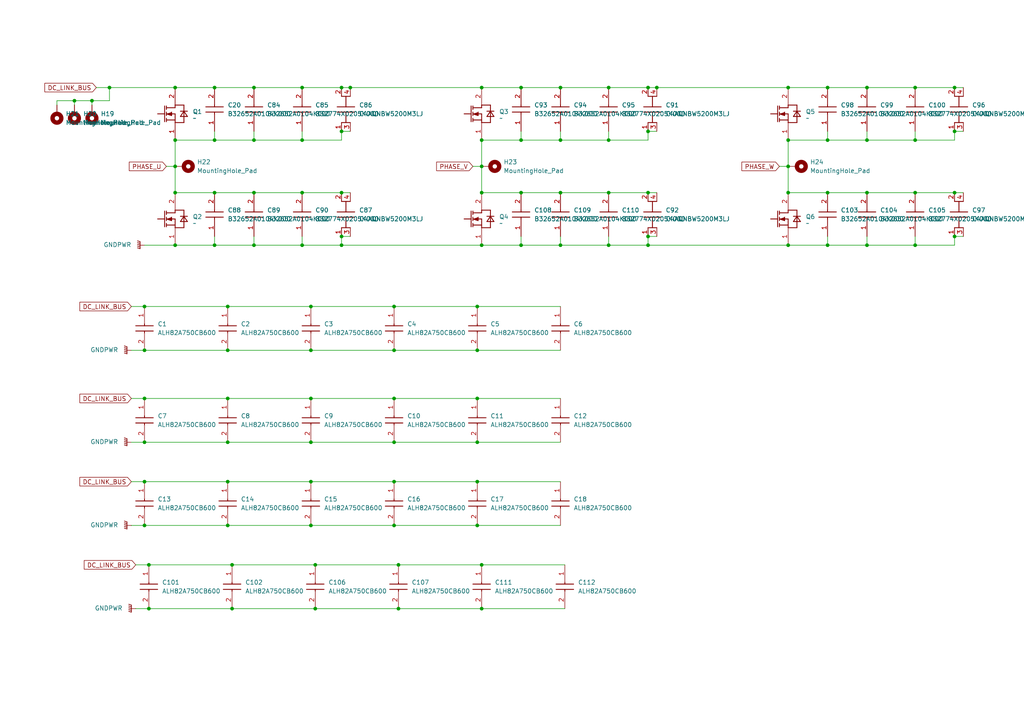
<source format=kicad_sch>
(kicad_sch (version 20250114) (generator "eeschema") (generator_version "9.0")
  (paper "A4")
  (junction (at 251.46 40.64))
  (junction (at 151.13 71.12))
  (junction (at 187.96 25.4))
  (junction (at 187.96 71.12))
  (junction (at 162.56 55.88))
  (junction (at 41.91 128.27))
  (junction (at 138.43 115.57))
  (junction (at 139.7 25.4))
  (junction (at 251.46 25.4))
  (junction (at 114.3 88.9))
  (junction (at 151.13 40.64))
  (junction (at 90.17 88.9))
  (junction (at 50.8 48.26))
  (junction (at 240.03 25.4))
  (junction (at 162.56 71.12))
  (junction (at 228.6 71.12))
  (junction (at 73.66 25.4))
  (junction (at 67.31 163.83))
  (junction (at 228.6 40.64))
  (junction (at 73.66 71.12))
  (junction (at 114.3 139.7))
  (junction (at 139.7 163.83))
  (junction (at 138.43 152.4))
  (junction (at 276.86 25.4))
  (junction (at 62.23 71.12))
  (junction (at 240.03 55.88))
  (junction (at 87.63 25.4))
  (junction (at 66.04 128.27))
  (junction (at 87.63 40.64))
  (junction (at 99.06 68.58))
  (junction (at 62.23 40.64))
  (junction (at 90.17 128.27))
  (junction (at 62.23 55.88))
  (junction (at 50.8 55.88))
  (junction (at 99.06 55.88))
  (junction (at 41.91 152.4))
  (junction (at 90.17 101.6))
  (junction (at 115.57 163.83))
  (junction (at 99.06 71.12))
  (junction (at 66.04 139.7))
  (junction (at 41.91 101.6))
  (junction (at 265.43 71.12))
  (junction (at 187.96 55.88))
  (junction (at 187.96 68.58))
  (junction (at 176.53 71.12))
  (junction (at 139.7 176.53))
  (junction (at 162.56 40.64))
  (junction (at 139.7 55.88))
  (junction (at 187.96 38.1))
  (junction (at 240.03 71.12))
  (junction (at 41.91 115.57))
  (junction (at 176.53 40.64))
  (junction (at 138.43 128.27))
  (junction (at 190.5 25.4))
  (junction (at 114.3 128.27))
  (junction (at 240.03 40.64))
  (junction (at 31.75 25.4))
  (junction (at 99.06 38.1))
  (junction (at 66.04 152.4))
  (junction (at 41.91 88.9))
  (junction (at 162.56 25.4))
  (junction (at 66.04 88.9))
  (junction (at 50.8 25.4))
  (junction (at 90.17 115.57))
  (junction (at 101.6 25.4))
  (junction (at 114.3 101.6))
  (junction (at 73.66 40.64))
  (junction (at 99.06 25.4))
  (junction (at 228.6 25.4))
  (junction (at 276.86 38.1))
  (junction (at 151.13 55.88))
  (junction (at 62.23 25.4))
  (junction (at 276.86 55.88))
  (junction (at 91.44 176.53))
  (junction (at 90.17 152.4))
  (junction (at 138.43 101.6))
  (junction (at 91.44 163.83))
  (junction (at 43.18 163.83))
  (junction (at 265.43 55.88))
  (junction (at 21.59 29.21))
  (junction (at 43.18 176.53))
  (junction (at 276.86 68.58))
  (junction (at 41.91 139.7))
  (junction (at 90.17 139.7))
  (junction (at 26.67 29.21))
  (junction (at 139.7 71.12))
  (junction (at 66.04 115.57))
  (junction (at 66.04 101.6))
  (junction (at 176.53 25.4))
  (junction (at 73.66 55.88))
  (junction (at 50.8 40.64))
  (junction (at 139.7 48.26))
  (junction (at 265.43 25.4))
  (junction (at 251.46 71.12))
  (junction (at 228.6 55.88))
  (junction (at 87.63 55.88))
  (junction (at 50.8 71.12))
  (junction (at 67.31 176.53))
  (junction (at 139.7 40.64))
  (junction (at 87.63 71.12))
  (junction (at 251.46 55.88))
  (junction (at 138.43 88.9))
  (junction (at 151.13 25.4))
  (junction (at 228.6 48.26))
  (junction (at 114.3 115.57))
  (junction (at 176.53 55.88))
  (junction (at 115.57 176.53))
  (junction (at 265.43 40.64))
  (junction (at 138.43 139.7))
  (junction (at 114.3 152.4))
  (wire (pts (xy 66.04 115.57) (xy 90.17 115.57)))
  (wire (pts (xy 151.13 55.88) (xy 162.56 55.88)))
  (wire (pts (xy 99.06 38.1) (xy 99.06 40.64)))
  (wire (pts (xy 114.3 88.9) (xy 138.43 88.9)))
  (wire (pts (xy 276.86 55.88) (xy 279.4 55.88)))
  (wire (pts (xy 99.06 68.58) (xy 101.6 68.58)))
  (wire (pts (xy 62.23 25.4) (xy 73.66 25.4)))
  (wire (pts (xy 151.13 38.1) (xy 151.13 40.64)))
  (wire (pts (xy 176.53 40.64) (xy 187.96 40.64)))
  (wire (pts (xy 114.3 152.4) (xy 138.43 152.4)))
  (wire (pts (xy 27.94 25.4) (xy 31.75 25.4)))
  (wire (pts (xy 43.18 163.83) (xy 67.31 163.83)))
  (wire (pts (xy 99.06 38.1) (xy 101.6 38.1)))
  (wire (pts (xy 276.86 38.1) (xy 276.86 40.64)))
  (wire (pts (xy 41.91 152.4) (xy 66.04 152.4)))
  (wire (pts (xy 151.13 68.58) (xy 151.13 71.12)))
  (wire (pts (xy 240.03 68.58) (xy 240.03 71.12)))
  (wire (pts (xy 41.91 101.6) (xy 66.04 101.6)))
  (wire (pts (xy 162.56 40.64) (xy 176.53 40.64)))
  (wire (pts (xy 240.03 55.88) (xy 251.46 55.88)))
  (wire (pts (xy 251.46 55.88) (xy 265.43 55.88)))
  (wire (pts (xy 41.91 139.7) (xy 66.04 139.7)))
  (wire (pts (xy 251.46 40.64) (xy 265.43 40.64)))
  (wire (pts (xy 16.51 30.48) (xy 16.51 29.21)))
  (wire (pts (xy 87.63 68.58) (xy 87.63 71.12)))
  (wire (pts (xy 38.1 88.9) (xy 41.91 88.9)))
  (wire (pts (xy 139.7 71.12) (xy 151.13 71.12)))
  (wire (pts (xy 50.8 25.4) (xy 62.23 25.4)))
  (wire (pts (xy 240.03 71.12) (xy 251.46 71.12)))
  (wire (pts (xy 87.63 71.12) (xy 99.06 71.12)))
  (wire (pts (xy 66.04 128.27) (xy 90.17 128.27)))
  (wire (pts (xy 162.56 55.88) (xy 176.53 55.88)))
  (wire (pts (xy 50.8 48.26) (xy 50.8 55.88)))
  (wire (pts (xy 228.6 55.88) (xy 240.03 55.88)))
  (wire (pts (xy 43.18 176.53) (xy 67.31 176.53)))
  (wire (pts (xy 67.31 176.53) (xy 91.44 176.53)))
  (wire (pts (xy 101.6 25.4) (xy 139.7 25.4)))
  (wire (pts (xy 41.91 88.9) (xy 66.04 88.9)))
  (wire (pts (xy 139.7 55.88) (xy 151.13 55.88)))
  (wire (pts (xy 114.3 139.7) (xy 138.43 139.7)))
  (wire (pts (xy 240.03 38.1) (xy 240.03 40.64)))
  (wire (pts (xy 50.8 40.64) (xy 50.8 48.26)))
  (wire (pts (xy 139.7 40.64) (xy 139.7 48.26)))
  (wire (pts (xy 73.66 40.64) (xy 87.63 40.64)))
  (wire (pts (xy 26.67 29.21) (xy 31.75 29.21)))
  (wire (pts (xy 228.6 25.4) (xy 240.03 25.4)))
  (wire (pts (xy 176.53 68.58) (xy 176.53 71.12)))
  (wire (pts (xy 187.96 68.58) (xy 187.96 71.12)))
  (wire (pts (xy 187.96 25.4) (xy 190.5 25.4)))
  (wire (pts (xy 115.57 163.83) (xy 139.7 163.83)))
  (wire (pts (xy 39.37 163.83) (xy 43.18 163.83)))
  (wire (pts (xy 276.86 38.1) (xy 279.4 38.1)))
  (wire (pts (xy 91.44 163.83) (xy 115.57 163.83)))
  (wire (pts (xy 162.56 71.12) (xy 176.53 71.12)))
  (wire (pts (xy 265.43 40.64) (xy 276.86 40.64)))
  (wire (pts (xy 90.17 101.6) (xy 114.3 101.6)))
  (wire (pts (xy 21.59 29.21) (xy 21.59 30.48)))
  (wire (pts (xy 226.06 48.26) (xy 228.6 48.26)))
  (wire (pts (xy 137.16 48.26) (xy 139.7 48.26)))
  (wire (pts (xy 41.91 128.27) (xy 66.04 128.27)))
  (wire (pts (xy 114.3 115.57) (xy 138.43 115.57)))
  (wire (pts (xy 39.37 176.53) (xy 43.18 176.53)))
  (wire (pts (xy 187.96 55.88) (xy 190.5 55.88)))
  (wire (pts (xy 151.13 71.12) (xy 162.56 71.12)))
  (wire (pts (xy 265.43 68.58) (xy 265.43 71.12)))
  (wire (pts (xy 176.53 25.4) (xy 187.96 25.4)))
  (wire (pts (xy 41.91 115.57) (xy 66.04 115.57)))
  (wire (pts (xy 176.53 38.1) (xy 176.53 40.64)))
  (wire (pts (xy 62.23 71.12) (xy 73.66 71.12)))
  (wire (pts (xy 66.04 139.7) (xy 90.17 139.7)))
  (wire (pts (xy 50.8 40.64) (xy 62.23 40.64)))
  (wire (pts (xy 176.53 71.12) (xy 187.96 71.12)))
  (wire (pts (xy 87.63 40.64) (xy 99.06 40.64)))
  (wire (pts (xy 90.17 152.4) (xy 114.3 152.4)))
  (wire (pts (xy 176.53 55.88) (xy 187.96 55.88)))
  (wire (pts (xy 251.46 71.12) (xy 265.43 71.12)))
  (wire (pts (xy 99.06 71.12) (xy 139.7 71.12)))
  (wire (pts (xy 228.6 40.64) (xy 228.6 48.26)))
  (wire (pts (xy 114.3 101.6) (xy 138.43 101.6)))
  (wire (pts (xy 73.66 25.4) (xy 87.63 25.4)))
  (wire (pts (xy 115.57 176.53) (xy 139.7 176.53)))
  (wire (pts (xy 251.46 38.1) (xy 251.46 40.64)))
  (wire (pts (xy 16.51 29.21) (xy 21.59 29.21)))
  (wire (pts (xy 138.43 88.9) (xy 162.56 88.9)))
  (wire (pts (xy 276.86 68.58) (xy 276.86 71.12)))
  (wire (pts (xy 162.56 68.58) (xy 162.56 71.12)))
  (wire (pts (xy 151.13 25.4) (xy 162.56 25.4)))
  (wire (pts (xy 265.43 71.12) (xy 276.86 71.12)))
  (wire (pts (xy 87.63 25.4) (xy 99.06 25.4)))
  (wire (pts (xy 162.56 38.1) (xy 162.56 40.64)))
  (wire (pts (xy 162.56 25.4) (xy 176.53 25.4)))
  (wire (pts (xy 251.46 25.4) (xy 265.43 25.4)))
  (wire (pts (xy 38.1 139.7) (xy 41.91 139.7)))
  (wire (pts (xy 187.96 71.12) (xy 228.6 71.12)))
  (wire (pts (xy 62.23 68.58) (xy 62.23 71.12)))
  (wire (pts (xy 38.1 115.57) (xy 41.91 115.57)))
  (wire (pts (xy 73.66 71.12) (xy 87.63 71.12)))
  (wire (pts (xy 66.04 101.6) (xy 90.17 101.6)))
  (wire (pts (xy 73.66 38.1) (xy 73.66 40.64)))
  (wire (pts (xy 31.75 29.21) (xy 31.75 25.4)))
  (wire (pts (xy 38.1 101.6) (xy 41.91 101.6)))
  (wire (pts (xy 114.3 128.27) (xy 138.43 128.27)))
  (wire (pts (xy 26.67 30.48) (xy 26.67 29.21)))
  (wire (pts (xy 138.43 128.27) (xy 162.56 128.27)))
  (wire (pts (xy 31.75 25.4) (xy 50.8 25.4)))
  (wire (pts (xy 240.03 40.64) (xy 251.46 40.64)))
  (wire (pts (xy 138.43 101.6) (xy 162.56 101.6)))
  (wire (pts (xy 139.7 163.83) (xy 163.83 163.83)))
  (wire (pts (xy 138.43 139.7) (xy 162.56 139.7)))
  (wire (pts (xy 139.7 25.4) (xy 151.13 25.4)))
  (wire (pts (xy 276.86 68.58) (xy 279.4 68.58)))
  (wire (pts (xy 138.43 115.57) (xy 162.56 115.57)))
  (wire (pts (xy 87.63 38.1) (xy 87.63 40.64)))
  (wire (pts (xy 265.43 25.4) (xy 276.86 25.4)))
  (wire (pts (xy 187.96 38.1) (xy 190.5 38.1)))
  (wire (pts (xy 276.86 25.4) (xy 279.4 25.4)))
  (wire (pts (xy 48.26 48.26) (xy 50.8 48.26)))
  (wire (pts (xy 50.8 71.12) (xy 62.23 71.12)))
  (wire (pts (xy 73.66 55.88) (xy 87.63 55.88)))
  (wire (pts (xy 99.06 68.58) (xy 99.06 71.12)))
  (wire (pts (xy 139.7 48.26) (xy 139.7 55.88)))
  (wire (pts (xy 21.59 29.21) (xy 26.67 29.21)))
  (wire (pts (xy 66.04 152.4) (xy 90.17 152.4)))
  (wire (pts (xy 138.43 152.4) (xy 162.56 152.4)))
  (wire (pts (xy 265.43 55.88) (xy 276.86 55.88)))
  (wire (pts (xy 66.04 88.9) (xy 90.17 88.9)))
  (wire (pts (xy 38.1 128.27) (xy 41.91 128.27)))
  (wire (pts (xy 187.96 68.58) (xy 190.5 68.58)))
  (wire (pts (xy 62.23 38.1) (xy 62.23 40.64)))
  (wire (pts (xy 187.96 38.1) (xy 187.96 40.64)))
  (wire (pts (xy 41.91 71.12) (xy 50.8 71.12)))
  (wire (pts (xy 151.13 40.64) (xy 162.56 40.64)))
  (wire (pts (xy 90.17 128.27) (xy 114.3 128.27)))
  (wire (pts (xy 62.23 40.64) (xy 73.66 40.64)))
  (wire (pts (xy 228.6 40.64) (xy 240.03 40.64)))
  (wire (pts (xy 62.23 55.88) (xy 73.66 55.88)))
  (wire (pts (xy 91.44 176.53) (xy 115.57 176.53)))
  (wire (pts (xy 90.17 139.7) (xy 114.3 139.7)))
  (wire (pts (xy 240.03 25.4) (xy 251.46 25.4)))
  (wire (pts (xy 251.46 68.58) (xy 251.46 71.12)))
  (wire (pts (xy 228.6 71.12) (xy 240.03 71.12)))
  (wire (pts (xy 139.7 40.64) (xy 151.13 40.64)))
  (wire (pts (xy 90.17 115.57) (xy 114.3 115.57)))
  (wire (pts (xy 73.66 68.58) (xy 73.66 71.12)))
  (wire (pts (xy 228.6 48.26) (xy 228.6 55.88)))
  (wire (pts (xy 90.17 88.9) (xy 114.3 88.9)))
  (wire (pts (xy 99.06 55.88) (xy 101.6 55.88)))
  (wire (pts (xy 99.06 25.4) (xy 101.6 25.4)))
  (wire (pts (xy 139.7 176.53) (xy 163.83 176.53)))
  (wire (pts (xy 67.31 163.83) (xy 91.44 163.83)))
  (wire (pts (xy 190.5 25.4) (xy 228.6 25.4)))
  (wire (pts (xy 38.1 152.4) (xy 41.91 152.4)))
  (wire (pts (xy 87.63 55.88) (xy 99.06 55.88)))
  (wire (pts (xy 265.43 38.1) (xy 265.43 40.64)))
  (wire (pts (xy 50.8 55.88) (xy 62.23 55.88)))
  (global_label "DC_LINK_BUS" (shape input) (at 38.1 115.57 180) (property "Intersheetrefs" "${INTERSHEET_REFS}" (effects (hide yes))))
  (global_label "DC_LINK_BUS" (shape input) (at 38.1 139.7 180) (property "Intersheetrefs" "${INTERSHEET_REFS}" (effects (hide yes))))
  (global_label "PHASE_U" (shape input) (at 48.26 48.26 180) (property "Intersheetrefs" "${INTERSHEET_REFS}" (effects (hide yes))))
  (global_label "DC_LINK_BUS" (shape input) (at 38.1 88.9 180) (property "Intersheetrefs" "${INTERSHEET_REFS}" (effects (hide yes))))
  (global_label "PHASE_V" (shape input) (at 137.16 48.26 180) (property "Intersheetrefs" "${INTERSHEET_REFS}" (effects (hide yes))))
  (global_label "PHASE_W" (shape input) (at 226.06 48.26 180) (property "Intersheetrefs" "${INTERSHEET_REFS}" (effects (hide yes))))
  (global_label "DC_LINK_BUS" (shape input) (at 27.94 25.4 180) (property "Intersheetrefs" "${INTERSHEET_REFS}" (effects (hide yes))))
  (global_label "DC_LINK_BUS" (shape input) (at 39.37 163.83 180) (property "Intersheetrefs" "${INTERSHEET_REFS}" (effects (hide yes))))
  (symbol (lib_id "InverterCom:B32652A0104K000") (at 251.46 68.58 90) (unit 1)
    (property "Reference" "C104" (at 255.27 60.9599 90) (effects (justify right)))
    (property "Value" "B32652A0104K000" (at 255.27 63.4999 90) (effects (justify right)))
    (property "Footprint" "InverterCom:B32652__18_x_9_" (effects (hide yes)))
    (property "Datasheet" "https://componentsearchengine.com/Datasheets/1/B32652A0104K000.pdf" (effects (hide yes)))
    (property "Description" "Metallized Polypropylene Capacitors (MKP/MFP), 0.1uF, 1000V DC, 9mm(W) x 17.5mm(H) x 18mm(L)" (effects (hide yes)))
    (property "Height" "17.5" (effects (hide yes)))
    (property "Mouser Part Number" "871-B32652A104K" (effects (hide yes)))
    (property "Mouser Price/Stock" "https://www.mouser.com/Search/Refine.aspx?Keyword=871-B32652A104K" (effects (hide yes)))
    (property "Manufacturer_Name" "TDK" (effects (hide yes)))
    (property "Manufacturer_Part_Number" "B32652A0104K000" (effects (hide yes)))
  )
  (symbol (lib_id "InverterCom:ALH82A750CB600") (at 90.17 139.7 270) (unit 1)
    (property "Reference" "C15" (at 93.98 144.7799 90) (effects (justify left)))
    (property "Value" "ALH82A750CB600" (at 93.98 147.3199 90) (effects (justify left)))
    (property "Footprint" "InverterCom:ALH82A750CB600" (effects (hide yes)))
    (property "Datasheet" "https://search.kemet.com/component-documentation/download/specsheet/ALH82A750CB600" (effects (hide yes)))
    (property "Description" "75 F 600 V Aluminum Electrolytic Capacitors Radial, Can - Snap-In 1.861Ohm @ 100Hz 3000 Hrs @ 105C" (effects (hide yes)))
    (property "Height" "32" (effects (hide yes)))
    (property "Mouser Part Number" "80-ALH82A750CB600" (effects (hide yes)))
    (property "Mouser Price/Stock" "https://www.mouser.co.uk/ProductDetail/KEMET/ALH82A750CB600?qs=IPgv5n7u5QYD2qLIrnuv%2FQ%3D%3D" (effects (hide yes)))
    (property "Manufacturer_Name" "KEMET" (effects (hide yes)))
    (property "Manufacturer_Part_Number" "ALH82A750CB600" (effects (hide yes)))
  )
  (symbol (lib_id "InverterCom:C4AQNBW5200M3LJ") (at 278.13 38.1 90) (unit 1)
    (property "Reference" "C96" (at 281.94 30.4799 90) (effects (justify right)))
    (property "Value" "C4AQNBW5200M3LJ" (at 281.94 33.0199 90) (effects (justify right)))
    (property "Footprint" "InverterCom:C4AQNBW5200M3LJ" (effects (hide yes)))
    (property "Datasheet" "https://search.kemet.com/component-documentation/download/specsheet/C4AQNBW5200M3LJ" (effects (hide yes)))
    (property "Description" "C4AQ-M, Film, Metallized Polypropylene, Automotive DC Link, 20 uF, 5%, 1000 VDC, 85C, Lead Spacing = 37.5mm" (effects (hide yes)))
    (property "Height" "45.2" (effects (hide yes)))
    (property "Mouser Part Number" "80-C4AQNBW5200M3LJ" (effects (hide yes)))
    (property "Mouser Price/Stock" "https://www.mouser.co.uk/ProductDetail/KEMET/C4AQNBW5200M3LJ?qs=81r%252BiQLm7BTexTL%252BFIaRbw%3D%3D" (effects (hide yes)))
    (property "Manufacturer_Name" "KEMET" (effects (hide yes)))
    (property "Manufacturer_Part_Number" "C4AQNBW5200M3LJ" (effects (hide yes)))
  )
  (symbol (lib_id "InverterCom:B32652A0104K000") (at 62.23 68.58 90) (unit 1)
    (property "Reference" "C88" (at 66.04 60.9599 90) (effects (justify right)))
    (property "Value" "B32652A0104K000" (at 66.04 63.4999 90) (effects (justify right)))
    (property "Footprint" "InverterCom:B32652__18_x_9_" (effects (hide yes)))
    (property "Datasheet" "https://componentsearchengine.com/Datasheets/1/B32652A0104K000.pdf" (effects (hide yes)))
    (property "Description" "Metallized Polypropylene Capacitors (MKP/MFP), 0.1uF, 1000V DC, 9mm(W) x 17.5mm(H) x 18mm(L)" (effects (hide yes)))
    (property "Height" "17.5" (effects (hide yes)))
    (property "Mouser Part Number" "871-B32652A104K" (effects (hide yes)))
    (property "Mouser Price/Stock" "https://www.mouser.com/Search/Refine.aspx?Keyword=871-B32652A104K" (effects (hide yes)))
    (property "Manufacturer_Name" "TDK" (effects (hide yes)))
    (property "Manufacturer_Part_Number" "B32652A0104K000" (effects (hide yes)))
  )
  (symbol (lib_id "InverterCom:B32774X0205K000") (at 176.53 38.1 90) (unit 1)
    (property "Reference" "C95" (at 180.34 30.4799 90) (effects (justify right)))
    (property "Value" "B32774X0205K000" (at 180.34 33.0199 90) (effects (justify right)))
    (property "Footprint" "InverterCom:B32774X__31.5_x_12.5_" (effects (hide yes)))
    (property "Datasheet" "https://product.tdk.com/system/files/dam/doc/product/capacitor/film/mkp_mfp/data_sheet/20/20/ds/mkp_b32774xyz_778xyz.pdf" (effects (hide yes)))
    (property "Description" "Metallized Polypropylene Capacitors (MKP/MFP), 2uF, 1000V DC, 12.5mm(W) x 21.5mm(H) x 31.5mm(L)" (effects (hide yes)))
    (property "Mouser Part Number" "871-B32774X0205K000" (effects (hide yes)))
    (property "Mouser Price/Stock" "https://www.mouser.co.uk/ProductDetail/EPCOS-TDK/B32774X0205K000?qs=RcG8xmE7yp3ZVC860hBcuA%3D%3D" (effects (hide yes)))
    (property "Manufacturer_Name" "TDK" (effects (hide yes)))
    (property "Manufacturer_Part_Number" "B32774X0205K000" (effects (hide yes)))
  )
  (symbol (lib_id "InverterCom:ALH82A750CB600") (at 114.3 88.9 270) (unit 1)
    (property "Reference" "C4" (at 118.11 93.9799 90) (effects (justify left)))
    (property "Value" "ALH82A750CB600" (at 118.11 96.5199 90) (effects (justify left)))
    (property "Footprint" "InverterCom:ALH82A750CB600" (effects (hide yes)))
    (property "Datasheet" "https://search.kemet.com/component-documentation/download/specsheet/ALH82A750CB600" (effects (hide yes)))
    (property "Description" "75 F 600 V Aluminum Electrolytic Capacitors Radial, Can - Snap-In 1.861Ohm @ 100Hz 3000 Hrs @ 105C" (effects (hide yes)))
    (property "Height" "32" (effects (hide yes)))
    (property "Mouser Part Number" "80-ALH82A750CB600" (effects (hide yes)))
    (property "Mouser Price/Stock" "https://www.mouser.co.uk/ProductDetail/KEMET/ALH82A750CB600?qs=IPgv5n7u5QYD2qLIrnuv%2FQ%3D%3D" (effects (hide yes)))
    (property "Manufacturer_Name" "KEMET" (effects (hide yes)))
    (property "Manufacturer_Part_Number" "ALH82A750CB600" (effects (hide yes)))
  )
  (symbol (lib_id "InverterCom:ALH82A750CB600") (at 114.3 139.7 270) (unit 1)
    (property "Reference" "C16" (at 118.11 144.7799 90) (effects (justify left)))
    (property "Value" "ALH82A750CB600" (at 118.11 147.3199 90) (effects (justify left)))
    (property "Footprint" "InverterCom:ALH82A750CB600" (effects (hide yes)))
    (property "Datasheet" "https://search.kemet.com/component-documentation/download/specsheet/ALH82A750CB600" (effects (hide yes)))
    (property "Description" "75 F 600 V Aluminum Electrolytic Capacitors Radial, Can - Snap-In 1.861Ohm @ 100Hz 3000 Hrs @ 105C" (effects (hide yes)))
    (property "Height" "32" (effects (hide yes)))
    (property "Mouser Part Number" "80-ALH82A750CB600" (effects (hide yes)))
    (property "Mouser Price/Stock" "https://www.mouser.co.uk/ProductDetail/KEMET/ALH82A750CB600?qs=IPgv5n7u5QYD2qLIrnuv%2FQ%3D%3D" (effects (hide yes)))
    (property "Manufacturer_Name" "KEMET" (effects (hide yes)))
    (property "Manufacturer_Part_Number" "ALH82A750CB600" (effects (hide yes)))
  )
  (symbol (lib_id "Mechanical:MountingHole_Pad") (at 231.14 48.26 270) (unit 1) (in_bom no)
    (property "Reference" "H24" (at 234.95 46.9899 90) (effects (justify left)))
    (property "Value" "MountingHole_Pad" (at 234.95 49.5299 90) (effects (justify left)))
    (property "Footprint" "MountingHole:MountingHole_5.3mm_M5_ISO7380_Pad" (effects (hide yes)))
    (property "Description" "Mounting Hole with connection" (effects (hide yes)))
  )
  (symbol (lib_id "InverterCom:ALH82A750CB600") (at 163.83 163.83 270) (unit 1)
    (property "Reference" "C112" (at 167.64 168.9099 90) (effects (justify left)))
    (property "Value" "ALH82A750CB600" (at 167.64 171.4499 90) (effects (justify left)))
    (property "Footprint" "InverterCom:ALH82A750CB600" (effects (hide yes)))
    (property "Datasheet" "https://search.kemet.com/component-documentation/download/specsheet/ALH82A750CB600" (effects (hide yes)))
    (property "Description" "75 F 600 V Aluminum Electrolytic Capacitors Radial, Can - Snap-In 1.861Ohm @ 100Hz 3000 Hrs @ 105C" (effects (hide yes)))
    (property "Height" "32" (effects (hide yes)))
    (property "Mouser Part Number" "80-ALH82A750CB600" (effects (hide yes)))
    (property "Mouser Price/Stock" "https://www.mouser.co.uk/ProductDetail/KEMET/ALH82A750CB600?qs=IPgv5n7u5QYD2qLIrnuv%2FQ%3D%3D" (effects (hide yes)))
    (property "Manufacturer_Name" "KEMET" (effects (hide yes)))
    (property "Manufacturer_Part_Number" "ALH82A750CB600" (effects (hide yes)))
  )
  (symbol (lib_id "Mechanical:MountingHole_Pad") (at 26.67 33.02 180) (unit 1) (in_bom no)
    (property "Reference" "H19" (at 29.21 33.0199 0) (effects (justify right)))
    (property "Value" "MountingHole_Pad" (at 29.21 35.5599 0) (effects (justify right)))
    (property "Footprint" "MountingHole:MountingHole_5.3mm_M5_ISO7380_Pad" (effects (hide yes)))
    (property "Description" "Mounting Hole with connection" (effects (hide yes)))
  )
  (symbol (lib_id "power:GNDPWR") (at 38.1 152.4 270) (unit 1)
    (property "Reference" "#PWR04" (effects (hide yes)))
    (property "Value" "GNDPWR" (at 34.29 152.2729 90) (effects (justify right)))
    (property "Description" "Power symbol creates a global label with name \"GNDPWR\" , global ground" (effects (hide yes)))
  )
  (symbol (lib_id "InverterCom:ALH82A750CB600") (at 91.44 163.83 270) (unit 1)
    (property "Reference" "C106" (at 95.25 168.9099 90) (effects (justify left)))
    (property "Value" "ALH82A750CB600" (at 95.25 171.4499 90) (effects (justify left)))
    (property "Footprint" "InverterCom:ALH82A750CB600" (effects (hide yes)))
    (property "Datasheet" "https://search.kemet.com/component-documentation/download/specsheet/ALH82A750CB600" (effects (hide yes)))
    (property "Description" "75 F 600 V Aluminum Electrolytic Capacitors Radial, Can - Snap-In 1.861Ohm @ 100Hz 3000 Hrs @ 105C" (effects (hide yes)))
    (property "Height" "32" (effects (hide yes)))
    (property "Mouser Part Number" "80-ALH82A750CB600" (effects (hide yes)))
    (property "Mouser Price/Stock" "https://www.mouser.co.uk/ProductDetail/KEMET/ALH82A750CB600?qs=IPgv5n7u5QYD2qLIrnuv%2FQ%3D%3D" (effects (hide yes)))
    (property "Manufacturer_Name" "KEMET" (effects (hide yes)))
    (property "Manufacturer_Part_Number" "ALH82A750CB600" (effects (hide yes)))
  )
  (symbol (lib_id "InverterCom:C4AQNBW5200M3LJ") (at 189.23 68.58 90) (unit 1)
    (property "Reference" "C92" (at 193.04 60.9599 90) (effects (justify right)))
    (property "Value" "C4AQNBW5200M3LJ" (at 193.04 63.4999 90) (effects (justify right)))
    (property "Footprint" "InverterCom:C4AQNBW5200M3LJ" (effects (hide yes)))
    (property "Datasheet" "https://search.kemet.com/component-documentation/download/specsheet/C4AQNBW5200M3LJ" (effects (hide yes)))
    (property "Description" "C4AQ-M, Film, Metallized Polypropylene, Automotive DC Link, 20 uF, 5%, 1000 VDC, 85C, Lead Spacing = 37.5mm" (effects (hide yes)))
    (property "Height" "45.2" (effects (hide yes)))
    (property "Mouser Part Number" "80-C4AQNBW5200M3LJ" (effects (hide yes)))
    (property "Mouser Price/Stock" "https://www.mouser.co.uk/ProductDetail/KEMET/C4AQNBW5200M3LJ?qs=81r%252BiQLm7BTexTL%252BFIaRbw%3D%3D" (effects (hide yes)))
    (property "Manufacturer_Name" "KEMET" (effects (hide yes)))
    (property "Manufacturer_Part_Number" "C4AQNBW5200M3LJ" (effects (hide yes)))
  )
  (symbol (lib_id "InverterCom:ALH82A750CB600") (at 138.43 139.7 270) (unit 1)
    (property "Reference" "C17" (at 142.24 144.7799 90) (effects (justify left)))
    (property "Value" "ALH82A750CB600" (at 142.24 147.3199 90) (effects (justify left)))
    (property "Footprint" "InverterCom:ALH82A750CB600" (effects (hide yes)))
    (property "Datasheet" "https://search.kemet.com/component-documentation/download/specsheet/ALH82A750CB600" (effects (hide yes)))
    (property "Description" "75 F 600 V Aluminum Electrolytic Capacitors Radial, Can - Snap-In 1.861Ohm @ 100Hz 3000 Hrs @ 105C" (effects (hide yes)))
    (property "Height" "32" (effects (hide yes)))
    (property "Mouser Part Number" "80-ALH82A750CB600" (effects (hide yes)))
    (property "Mouser Price/Stock" "https://www.mouser.co.uk/ProductDetail/KEMET/ALH82A750CB600?qs=IPgv5n7u5QYD2qLIrnuv%2FQ%3D%3D" (effects (hide yes)))
    (property "Manufacturer_Name" "KEMET" (effects (hide yes)))
    (property "Manufacturer_Part_Number" "ALH82A750CB600" (effects (hide yes)))
  )
  (symbol (lib_id "InverterCom:B32652A0104K000") (at 73.66 68.58 90) (unit 1)
    (property "Reference" "C89" (at 77.47 60.9599 90) (effects (justify right)))
    (property "Value" "B32652A0104K000" (at 77.47 63.4999 90) (effects (justify right)))
    (property "Footprint" "InverterCom:B32652__18_x_9_" (effects (hide yes)))
    (property "Datasheet" "https://componentsearchengine.com/Datasheets/1/B32652A0104K000.pdf" (effects (hide yes)))
    (property "Description" "Metallized Polypropylene Capacitors (MKP/MFP), 0.1uF, 1000V DC, 9mm(W) x 17.5mm(H) x 18mm(L)" (effects (hide yes)))
    (property "Height" "17.5" (effects (hide yes)))
    (property "Mouser Part Number" "871-B32652A104K" (effects (hide yes)))
    (property "Mouser Price/Stock" "https://www.mouser.com/Search/Refine.aspx?Keyword=871-B32652A104K" (effects (hide yes)))
    (property "Manufacturer_Name" "TDK" (effects (hide yes)))
    (property "Manufacturer_Part_Number" "B32652A0104K000" (effects (hide yes)))
  )
  (symbol (lib_id "InverterCom:B32652A0104K000") (at 162.56 68.58 90) (unit 1)
    (property "Reference" "C109" (at 166.37 60.9599 90) (effects (justify right)))
    (property "Value" "B32652A0104K000" (at 166.37 63.4999 90) (effects (justify right)))
    (property "Footprint" "InverterCom:B32652__18_x_9_" (effects (hide yes)))
    (property "Datasheet" "https://componentsearchengine.com/Datasheets/1/B32652A0104K000.pdf" (effects (hide yes)))
    (property "Description" "Metallized Polypropylene Capacitors (MKP/MFP), 0.1uF, 1000V DC, 9mm(W) x 17.5mm(H) x 18mm(L)" (effects (hide yes)))
    (property "Height" "17.5" (effects (hide yes)))
    (property "Mouser Part Number" "871-B32652A104K" (effects (hide yes)))
    (property "Mouser Price/Stock" "https://www.mouser.com/Search/Refine.aspx?Keyword=871-B32652A104K" (effects (hide yes)))
    (property "Manufacturer_Name" "TDK" (effects (hide yes)))
    (property "Manufacturer_Part_Number" "B32652A0104K000" (effects (hide yes)))
  )
  (symbol (lib_id "power:GNDPWR") (at 38.1 128.27 270) (unit 1)
    (property "Reference" "#PWR03" (effects (hide yes)))
    (property "Value" "GNDPWR" (at 34.29 128.1429 90) (effects (justify right)))
    (property "Description" "Power symbol creates a global label with name \"GNDPWR\" , global ground" (effects (hide yes)))
  )
  (symbol (lib_id "InverterCom:C4AQNBW5200M3LJ") (at 100.33 68.58 90) (unit 1)
    (property "Reference" "C87" (at 104.14 60.9599 90) (effects (justify right)))
    (property "Value" "C4AQNBW5200M3LJ" (at 104.14 63.4999 90) (effects (justify right)))
    (property "Footprint" "InverterCom:C4AQNBW5200M3LJ" (effects (hide yes)))
    (property "Datasheet" "https://search.kemet.com/component-documentation/download/specsheet/C4AQNBW5200M3LJ" (effects (hide yes)))
    (property "Description" "C4AQ-M, Film, Metallized Polypropylene, Automotive DC Link, 20 uF, 5%, 1000 VDC, 85C, Lead Spacing = 37.5mm" (effects (hide yes)))
    (property "Height" "45.2" (effects (hide yes)))
    (property "Mouser Part Number" "80-C4AQNBW5200M3LJ" (effects (hide yes)))
    (property "Mouser Price/Stock" "https://www.mouser.co.uk/ProductDetail/KEMET/C4AQNBW5200M3LJ?qs=81r%252BiQLm7BTexTL%252BFIaRbw%3D%3D" (effects (hide yes)))
    (property "Manufacturer_Name" "KEMET" (effects (hide yes)))
    (property "Manufacturer_Part_Number" "C4AQNBW5200M3LJ" (effects (hide yes)))
  )
  (symbol (lib_id "InverterCom:ALH82A750CB600") (at 115.57 163.83 270) (unit 1)
    (property "Reference" "C107" (at 119.38 168.9099 90) (effects (justify left)))
    (property "Value" "ALH82A750CB600" (at 119.38 171.4499 90) (effects (justify left)))
    (property "Footprint" "InverterCom:ALH82A750CB600" (effects (hide yes)))
    (property "Datasheet" "https://search.kemet.com/component-documentation/download/specsheet/ALH82A750CB600" (effects (hide yes)))
    (property "Description" "75 F 600 V Aluminum Electrolytic Capacitors Radial, Can - Snap-In 1.861Ohm @ 100Hz 3000 Hrs @ 105C" (effects (hide yes)))
    (property "Height" "32" (effects (hide yes)))
    (property "Mouser Part Number" "80-ALH82A750CB600" (effects (hide yes)))
    (property "Mouser Price/Stock" "https://www.mouser.co.uk/ProductDetail/KEMET/ALH82A750CB600?qs=IPgv5n7u5QYD2qLIrnuv%2FQ%3D%3D" (effects (hide yes)))
    (property "Manufacturer_Name" "KEMET" (effects (hide yes)))
    (property "Manufacturer_Part_Number" "ALH82A750CB600" (effects (hide yes)))
  )
  (symbol (lib_id "InverterCom:ALH82A750CB600") (at 66.04 88.9 270) (unit 1)
    (property "Reference" "C2" (at 69.85 93.9799 90) (effects (justify left)))
    (property "Value" "ALH82A750CB600" (at 69.85 96.5199 90) (effects (justify left)))
    (property "Footprint" "InverterCom:ALH82A750CB600" (effects (hide yes)))
    (property "Datasheet" "https://search.kemet.com/component-documentation/download/specsheet/ALH82A750CB600" (effects (hide yes)))
    (property "Description" "75 F 600 V Aluminum Electrolytic Capacitors Radial, Can - Snap-In 1.861Ohm @ 100Hz 3000 Hrs @ 105C" (effects (hide yes)))
    (property "Height" "32" (effects (hide yes)))
    (property "Mouser Part Number" "80-ALH82A750CB600" (effects (hide yes)))
    (property "Mouser Price/Stock" "https://www.mouser.co.uk/ProductDetail/KEMET/ALH82A750CB600?qs=IPgv5n7u5QYD2qLIrnuv%2FQ%3D%3D" (effects (hide yes)))
    (property "Manufacturer_Name" "KEMET" (effects (hide yes)))
    (property "Manufacturer_Part_Number" "ALH82A750CB600" (effects (hide yes)))
  )
  (symbol (lib_id "Mechanical:MountingHole_Pad") (at 53.34 48.26 270) (unit 1) (in_bom no)
    (property "Reference" "H22" (at 57.15 46.9899 90) (effects (justify left)))
    (property "Value" "MountingHole_Pad" (at 57.15 49.5299 90) (effects (justify left)))
    (property "Footprint" "MountingHole:MountingHole_5.3mm_M5_ISO7380_Pad" (effects (hide yes)))
    (property "Description" "Mounting Hole with connection" (effects (hide yes)))
  )
  (symbol (lib_id "InverterCom:ALH82A750CB600") (at 162.56 88.9 270) (unit 1)
    (property "Reference" "C6" (at 166.37 93.9799 90) (effects (justify left)))
    (property "Value" "ALH82A750CB600" (at 166.37 96.5199 90) (effects (justify left)))
    (property "Footprint" "InverterCom:ALH82A750CB600" (effects (hide yes)))
    (property "Datasheet" "https://search.kemet.com/component-documentation/download/specsheet/ALH82A750CB600" (effects (hide yes)))
    (property "Description" "75 F 600 V Aluminum Electrolytic Capacitors Radial, Can - Snap-In 1.861Ohm @ 100Hz 3000 Hrs @ 105C" (effects (hide yes)))
    (property "Height" "32" (effects (hide yes)))
    (property "Mouser Part Number" "80-ALH82A750CB600" (effects (hide yes)))
    (property "Mouser Price/Stock" "https://www.mouser.co.uk/ProductDetail/KEMET/ALH82A750CB600?qs=IPgv5n7u5QYD2qLIrnuv%2FQ%3D%3D" (effects (hide yes)))
    (property "Manufacturer_Name" "KEMET" (effects (hide yes)))
    (property "Manufacturer_Part_Number" "ALH82A750CB600" (effects (hide yes)))
  )
  (symbol (lib_id "InverterCom:B32774X0205K000") (at 265.43 38.1 90) (unit 1)
    (property "Reference" "C100" (at 269.24 30.4799 90) (effects (justify right)))
    (property "Value" "B32774X0205K000" (at 269.24 33.0199 90) (effects (justify right)))
    (property "Footprint" "InverterCom:B32774X__31.5_x_12.5_" (effects (hide yes)))
    (property "Datasheet" "https://product.tdk.com/system/files/dam/doc/product/capacitor/film/mkp_mfp/data_sheet/20/20/ds/mkp_b32774xyz_778xyz.pdf" (effects (hide yes)))
    (property "Description" "Metallized Polypropylene Capacitors (MKP/MFP), 2uF, 1000V DC, 12.5mm(W) x 21.5mm(H) x 31.5mm(L)" (effects (hide yes)))
    (property "Mouser Part Number" "871-B32774X0205K000" (effects (hide yes)))
    (property "Mouser Price/Stock" "https://www.mouser.co.uk/ProductDetail/EPCOS-TDK/B32774X0205K000?qs=RcG8xmE7yp3ZVC860hBcuA%3D%3D" (effects (hide yes)))
    (property "Manufacturer_Name" "TDK" (effects (hide yes)))
    (property "Manufacturer_Part_Number" "B32774X0205K000" (effects (hide yes)))
  )
  (symbol (lib_id "InverterCom:C4AQNBW5200M3LJ") (at 100.33 38.1 90) (unit 1)
    (property "Reference" "C86" (at 104.14 30.4799 90) (effects (justify right)))
    (property "Value" "C4AQNBW5200M3LJ" (at 104.14 33.0199 90) (effects (justify right)))
    (property "Footprint" "InverterCom:C4AQNBW5200M3LJ" (effects (hide yes)))
    (property "Datasheet" "https://search.kemet.com/component-documentation/download/specsheet/C4AQNBW5200M3LJ" (effects (hide yes)))
    (property "Description" "C4AQ-M, Film, Metallized Polypropylene, Automotive DC Link, 20 uF, 5%, 1000 VDC, 85C, Lead Spacing = 37.5mm" (effects (hide yes)))
    (property "Height" "45.2" (effects (hide yes)))
    (property "Mouser Part Number" "80-C4AQNBW5200M3LJ" (effects (hide yes)))
    (property "Mouser Price/Stock" "https://www.mouser.co.uk/ProductDetail/KEMET/C4AQNBW5200M3LJ?qs=81r%252BiQLm7BTexTL%252BFIaRbw%3D%3D" (effects (hide yes)))
    (property "Manufacturer_Name" "KEMET" (effects (hide yes)))
    (property "Manufacturer_Part_Number" "C4AQNBW5200M3LJ" (effects (hide yes)))
  )
  (symbol (lib_id "InverterCom:B32652A0104K000") (at 62.23 38.1 90) (unit 1)
    (property "Reference" "C20" (at 66.04 30.4799 90) (effects (justify right)))
    (property "Value" "B32652A0104K000" (at 66.04 33.0199 90) (effects (justify right)))
    (property "Footprint" "InverterCom:B32652__18_x_9_" (effects (hide yes)))
    (property "Datasheet" "https://componentsearchengine.com/Datasheets/1/B32652A0104K000.pdf" (effects (hide yes)))
    (property "Description" "Metallized Polypropylene Capacitors (MKP/MFP), 0.1uF, 1000V DC, 9mm(W) x 17.5mm(H) x 18mm(L)" (effects (hide yes)))
    (property "Height" "17.5" (effects (hide yes)))
    (property "Mouser Part Number" "871-B32652A104K" (effects (hide yes)))
    (property "Mouser Price/Stock" "https://www.mouser.com/Search/Refine.aspx?Keyword=871-B32652A104K" (effects (hide yes)))
    (property "Manufacturer_Name" "TDK" (effects (hide yes)))
    (property "Manufacturer_Part_Number" "B32652A0104K000" (effects (hide yes)))
  )
  (symbol (lib_id "InverterCom:CM600HA-24H_Power") (at 50.8 63.5 0) (unit 1)
    (property "Reference" "Q2" (at 55.88 62.8649 0) (effects (justify left)))
    (property "Value" "~" (at 55.88 64.77 0) (effects (justify left)))
    (property "Footprint" "InverterCom:CM600HA-24H-PWR" (effects (hide yes)))
  )
  (symbol (lib_id "InverterCom:B32774X0205K000") (at 265.43 68.58 90) (unit 1)
    (property "Reference" "C105" (at 269.24 60.9599 90) (effects (justify right)))
    (property "Value" "B32774X0205K000" (at 269.24 63.4999 90) (effects (justify right)))
    (property "Footprint" "InverterCom:B32774X__31.5_x_12.5_" (effects (hide yes)))
    (property "Datasheet" "https://product.tdk.com/system/files/dam/doc/product/capacitor/film/mkp_mfp/data_sheet/20/20/ds/mkp_b32774xyz_778xyz.pdf" (effects (hide yes)))
    (property "Description" "Metallized Polypropylene Capacitors (MKP/MFP), 2uF, 1000V DC, 12.5mm(W) x 21.5mm(H) x 31.5mm(L)" (effects (hide yes)))
    (property "Mouser Part Number" "871-B32774X0205K000" (effects (hide yes)))
    (property "Mouser Price/Stock" "https://www.mouser.co.uk/ProductDetail/EPCOS-TDK/B32774X0205K000?qs=RcG8xmE7yp3ZVC860hBcuA%3D%3D" (effects (hide yes)))
    (property "Manufacturer_Name" "TDK" (effects (hide yes)))
    (property "Manufacturer_Part_Number" "B32774X0205K000" (effects (hide yes)))
  )
  (symbol (lib_id "Mechanical:MountingHole_Pad") (at 21.59 33.02 180) (unit 1) (in_bom no)
    (property "Reference" "H20" (at 24.13 33.0199 0) (effects (justify right)))
    (property "Value" "MountingHole_Pad" (at 24.13 35.5599 0) (effects (justify right)))
    (property "Footprint" "MountingHole:MountingHole_5.3mm_M5_ISO7380_Pad" (effects (hide yes)))
    (property "Description" "Mounting Hole with connection" (effects (hide yes)))
  )
  (symbol (lib_id "InverterCom:ALH82A750CB600") (at 41.91 139.7 270) (unit 1)
    (property "Reference" "C13" (at 45.72 144.7799 90) (effects (justify left)))
    (property "Value" "ALH82A750CB600" (at 45.72 147.3199 90) (effects (justify left)))
    (property "Footprint" "InverterCom:ALH82A750CB600" (effects (hide yes)))
    (property "Datasheet" "https://search.kemet.com/component-documentation/download/specsheet/ALH82A750CB600" (effects (hide yes)))
    (property "Description" "75 F 600 V Aluminum Electrolytic Capacitors Radial, Can - Snap-In 1.861Ohm @ 100Hz 3000 Hrs @ 105C" (effects (hide yes)))
    (property "Height" "32" (effects (hide yes)))
    (property "Mouser Part Number" "80-ALH82A750CB600" (effects (hide yes)))
    (property "Mouser Price/Stock" "https://www.mouser.co.uk/ProductDetail/KEMET/ALH82A750CB600?qs=IPgv5n7u5QYD2qLIrnuv%2FQ%3D%3D" (effects (hide yes)))
    (property "Manufacturer_Name" "KEMET" (effects (hide yes)))
    (property "Manufacturer_Part_Number" "ALH82A750CB600" (effects (hide yes)))
  )
  (symbol (lib_id "InverterCom:B32652A0104K000") (at 240.03 38.1 90) (unit 1)
    (property "Reference" "C98" (at 243.84 30.4799 90) (effects (justify right)))
    (property "Value" "B32652A0104K000" (at 243.84 33.0199 90) (effects (justify right)))
    (property "Footprint" "InverterCom:B32652__18_x_9_" (effects (hide yes)))
    (property "Datasheet" "https://componentsearchengine.com/Datasheets/1/B32652A0104K000.pdf" (effects (hide yes)))
    (property "Description" "Metallized Polypropylene Capacitors (MKP/MFP), 0.1uF, 1000V DC, 9mm(W) x 17.5mm(H) x 18mm(L)" (effects (hide yes)))
    (property "Height" "17.5" (effects (hide yes)))
    (property "Mouser Part Number" "871-B32652A104K" (effects (hide yes)))
    (property "Mouser Price/Stock" "https://www.mouser.com/Search/Refine.aspx?Keyword=871-B32652A104K" (effects (hide yes)))
    (property "Manufacturer_Name" "TDK" (effects (hide yes)))
    (property "Manufacturer_Part_Number" "B32652A0104K000" (effects (hide yes)))
  )
  (symbol (lib_id "InverterCom:CM600HA-24H_Power") (at 228.6 33.02 0) (unit 1)
    (property "Reference" "Q5" (at 233.68 32.3849 0) (effects (justify left)))
    (property "Value" "~" (at 233.68 34.29 0) (effects (justify left)))
    (property "Footprint" "InverterCom:CM600HA-24H-PWR" (effects (hide yes)))
  )
  (symbol (lib_id "InverterCom:B32652A0104K000") (at 73.66 38.1 90) (unit 1)
    (property "Reference" "C84" (at 77.47 30.4799 90) (effects (justify right)))
    (property "Value" "B32652A0104K000" (at 77.47 33.0199 90) (effects (justify right)))
    (property "Footprint" "InverterCom:B32652__18_x_9_" (effects (hide yes)))
    (property "Datasheet" "https://componentsearchengine.com/Datasheets/1/B32652A0104K000.pdf" (effects (hide yes)))
    (property "Description" "Metallized Polypropylene Capacitors (MKP/MFP), 0.1uF, 1000V DC, 9mm(W) x 17.5mm(H) x 18mm(L)" (effects (hide yes)))
    (property "Height" "17.5" (effects (hide yes)))
    (property "Mouser Part Number" "871-B32652A104K" (effects (hide yes)))
    (property "Mouser Price/Stock" "https://www.mouser.com/Search/Refine.aspx?Keyword=871-B32652A104K" (effects (hide yes)))
    (property "Manufacturer_Name" "TDK" (effects (hide yes)))
    (property "Manufacturer_Part_Number" "B32652A0104K000" (effects (hide yes)))
  )
  (symbol (lib_id "InverterCom:B32774X0205K000") (at 87.63 38.1 90) (unit 1)
    (property "Reference" "C85" (at 91.44 30.4799 90) (effects (justify right)))
    (property "Value" "B32774X0205K000" (at 91.44 33.0199 90) (effects (justify right)))
    (property "Footprint" "InverterCom:B32774X__31.5_x_12.5_" (effects (hide yes)))
    (property "Datasheet" "https://product.tdk.com/system/files/dam/doc/product/capacitor/film/mkp_mfp/data_sheet/20/20/ds/mkp_b32774xyz_778xyz.pdf" (effects (hide yes)))
    (property "Description" "Metallized Polypropylene Capacitors (MKP/MFP), 2uF, 1000V DC, 12.5mm(W) x 21.5mm(H) x 31.5mm(L)" (effects (hide yes)))
    (property "Mouser Part Number" "871-B32774X0205K000" (effects (hide yes)))
    (property "Mouser Price/Stock" "https://www.mouser.co.uk/ProductDetail/EPCOS-TDK/B32774X0205K000?qs=RcG8xmE7yp3ZVC860hBcuA%3D%3D" (effects (hide yes)))
    (property "Manufacturer_Name" "TDK" (effects (hide yes)))
    (property "Manufacturer_Part_Number" "B32774X0205K000" (effects (hide yes)))
  )
  (symbol (lib_id "InverterCom:ALH82A750CB600") (at 90.17 115.57 270) (unit 1)
    (property "Reference" "C9" (at 93.98 120.6499 90) (effects (justify left)))
    (property "Value" "ALH82A750CB600" (at 93.98 123.1899 90) (effects (justify left)))
    (property "Footprint" "InverterCom:ALH82A750CB600" (effects (hide yes)))
    (property "Datasheet" "https://search.kemet.com/component-documentation/download/specsheet/ALH82A750CB600" (effects (hide yes)))
    (property "Description" "75 F 600 V Aluminum Electrolytic Capacitors Radial, Can - Snap-In 1.861Ohm @ 100Hz 3000 Hrs @ 105C" (effects (hide yes)))
    (property "Height" "32" (effects (hide yes)))
    (property "Mouser Part Number" "80-ALH82A750CB600" (effects (hide yes)))
    (property "Mouser Price/Stock" "https://www.mouser.co.uk/ProductDetail/KEMET/ALH82A750CB600?qs=IPgv5n7u5QYD2qLIrnuv%2FQ%3D%3D" (effects (hide yes)))
    (property "Manufacturer_Name" "KEMET" (effects (hide yes)))
    (property "Manufacturer_Part_Number" "ALH82A750CB600" (effects (hide yes)))
  )
  (symbol (lib_id "InverterCom:B32774X0205K000") (at 176.53 68.58 90) (unit 1)
    (property "Reference" "C110" (at 180.34 60.9599 90) (effects (justify right)))
    (property "Value" "B32774X0205K000" (at 180.34 63.4999 90) (effects (justify right)))
    (property "Footprint" "InverterCom:B32774X__31.5_x_12.5_" (effects (hide yes)))
    (property "Datasheet" "https://product.tdk.com/system/files/dam/doc/product/capacitor/film/mkp_mfp/data_sheet/20/20/ds/mkp_b32774xyz_778xyz.pdf" (effects (hide yes)))
    (property "Description" "Metallized Polypropylene Capacitors (MKP/MFP), 2uF, 1000V DC, 12.5mm(W) x 21.5mm(H) x 31.5mm(L)" (effects (hide yes)))
    (property "Mouser Part Number" "871-B32774X0205K000" (effects (hide yes)))
    (property "Mouser Price/Stock" "https://www.mouser.co.uk/ProductDetail/EPCOS-TDK/B32774X0205K000?qs=RcG8xmE7yp3ZVC860hBcuA%3D%3D" (effects (hide yes)))
    (property "Manufacturer_Name" "TDK" (effects (hide yes)))
    (property "Manufacturer_Part_Number" "B32774X0205K000" (effects (hide yes)))
  )
  (symbol (lib_id "InverterCom:B32652A0104K000") (at 151.13 68.58 90) (unit 1)
    (property "Reference" "C108" (at 154.94 60.9599 90) (effects (justify right)))
    (property "Value" "B32652A0104K000" (at 154.94 63.4999 90) (effects (justify right)))
    (property "Footprint" "InverterCom:B32652__18_x_9_" (effects (hide yes)))
    (property "Datasheet" "https://componentsearchengine.com/Datasheets/1/B32652A0104K000.pdf" (effects (hide yes)))
    (property "Description" "Metallized Polypropylene Capacitors (MKP/MFP), 0.1uF, 1000V DC, 9mm(W) x 17.5mm(H) x 18mm(L)" (effects (hide yes)))
    (property "Height" "17.5" (effects (hide yes)))
    (property "Mouser Part Number" "871-B32652A104K" (effects (hide yes)))
    (property "Mouser Price/Stock" "https://www.mouser.com/Search/Refine.aspx?Keyword=871-B32652A104K" (effects (hide yes)))
    (property "Manufacturer_Name" "TDK" (effects (hide yes)))
    (property "Manufacturer_Part_Number" "B32652A0104K000" (effects (hide yes)))
  )
  (symbol (lib_id "InverterCom:CM600HA-24H_Power") (at 228.6 63.5 0) (unit 1)
    (property "Reference" "Q6" (at 233.68 62.8649 0) (effects (justify left)))
    (property "Value" "~" (at 233.68 64.77 0) (effects (justify left)))
    (property "Footprint" "InverterCom:CM600HA-24H-PWR" (effects (hide yes)))
  )
  (symbol (lib_id "InverterCom:ALH82A750CB600") (at 66.04 115.57 270) (unit 1)
    (property "Reference" "C8" (at 69.85 120.6499 90) (effects (justify left)))
    (property "Value" "ALH82A750CB600" (at 69.85 123.1899 90) (effects (justify left)))
    (property "Footprint" "InverterCom:ALH82A750CB600" (effects (hide yes)))
    (property "Datasheet" "https://search.kemet.com/component-documentation/download/specsheet/ALH82A750CB600" (effects (hide yes)))
    (property "Description" "75 F 600 V Aluminum Electrolytic Capacitors Radial, Can - Snap-In 1.861Ohm @ 100Hz 3000 Hrs @ 105C" (effects (hide yes)))
    (property "Height" "32" (effects (hide yes)))
    (property "Mouser Part Number" "80-ALH82A750CB600" (effects (hide yes)))
    (property "Mouser Price/Stock" "https://www.mouser.co.uk/ProductDetail/KEMET/ALH82A750CB600?qs=IPgv5n7u5QYD2qLIrnuv%2FQ%3D%3D" (effects (hide yes)))
    (property "Manufacturer_Name" "KEMET" (effects (hide yes)))
    (property "Manufacturer_Part_Number" "ALH82A750CB600" (effects (hide yes)))
  )
  (symbol (lib_id "InverterCom:ALH82A750CB600") (at 114.3 115.57 270) (unit 1)
    (property "Reference" "C10" (at 118.11 120.6499 90) (effects (justify left)))
    (property "Value" "ALH82A750CB600" (at 118.11 123.1899 90) (effects (justify left)))
    (property "Footprint" "InverterCom:ALH82A750CB600" (effects (hide yes)))
    (property "Datasheet" "https://search.kemet.com/component-documentation/download/specsheet/ALH82A750CB600" (effects (hide yes)))
    (property "Description" "75 F 600 V Aluminum Electrolytic Capacitors Radial, Can - Snap-In 1.861Ohm @ 100Hz 3000 Hrs @ 105C" (effects (hide yes)))
    (property "Height" "32" (effects (hide yes)))
    (property "Mouser Part Number" "80-ALH82A750CB600" (effects (hide yes)))
    (property "Mouser Price/Stock" "https://www.mouser.co.uk/ProductDetail/KEMET/ALH82A750CB600?qs=IPgv5n7u5QYD2qLIrnuv%2FQ%3D%3D" (effects (hide yes)))
    (property "Manufacturer_Name" "KEMET" (effects (hide yes)))
    (property "Manufacturer_Part_Number" "ALH82A750CB600" (effects (hide yes)))
  )
  (symbol (lib_id "InverterCom:ALH82A750CB600") (at 138.43 88.9 270) (unit 1)
    (property "Reference" "C5" (at 142.24 93.9799 90) (effects (justify left)))
    (property "Value" "ALH82A750CB600" (at 142.24 96.5199 90) (effects (justify left)))
    (property "Footprint" "InverterCom:ALH82A750CB600" (effects (hide yes)))
    (property "Datasheet" "https://search.kemet.com/component-documentation/download/specsheet/ALH82A750CB600" (effects (hide yes)))
    (property "Description" "75 F 600 V Aluminum Electrolytic Capacitors Radial, Can - Snap-In 1.861Ohm @ 100Hz 3000 Hrs @ 105C" (effects (hide yes)))
    (property "Height" "32" (effects (hide yes)))
    (property "Mouser Part Number" "80-ALH82A750CB600" (effects (hide yes)))
    (property "Mouser Price/Stock" "https://www.mouser.co.uk/ProductDetail/KEMET/ALH82A750CB600?qs=IPgv5n7u5QYD2qLIrnuv%2FQ%3D%3D" (effects (hide yes)))
    (property "Manufacturer_Name" "KEMET" (effects (hide yes)))
    (property "Manufacturer_Part_Number" "ALH82A750CB600" (effects (hide yes)))
  )
  (symbol (lib_id "Mechanical:MountingHole_Pad") (at 142.24 48.26 270) (unit 1) (in_bom no)
    (property "Reference" "H23" (at 146.05 46.9899 90) (effects (justify left)))
    (property "Value" "MountingHole_Pad" (at 146.05 49.5299 90) (effects (justify left)))
    (property "Footprint" "MountingHole:MountingHole_5.3mm_M5_ISO7380_Pad" (effects (hide yes)))
    (property "Description" "Mounting Hole with connection" (effects (hide yes)))
  )
  (symbol (lib_id "InverterCom:ALH82A750CB600") (at 90.17 88.9 270) (unit 1)
    (property "Reference" "C3" (at 93.98 93.9799 90) (effects (justify left)))
    (property "Value" "ALH82A750CB600" (at 93.98 96.5199 90) (effects (justify left)))
    (property "Footprint" "InverterCom:ALH82A750CB600" (effects (hide yes)))
    (property "Datasheet" "https://search.kemet.com/component-documentation/download/specsheet/ALH82A750CB600" (effects (hide yes)))
    (property "Description" "75 F 600 V Aluminum Electrolytic Capacitors Radial, Can - Snap-In 1.861Ohm @ 100Hz 3000 Hrs @ 105C" (effects (hide yes)))
    (property "Height" "32" (effects (hide yes)))
    (property "Mouser Part Number" "80-ALH82A750CB600" (effects (hide yes)))
    (property "Mouser Price/Stock" "https://www.mouser.co.uk/ProductDetail/KEMET/ALH82A750CB600?qs=IPgv5n7u5QYD2qLIrnuv%2FQ%3D%3D" (effects (hide yes)))
    (property "Manufacturer_Name" "KEMET" (effects (hide yes)))
    (property "Manufacturer_Part_Number" "ALH82A750CB600" (effects (hide yes)))
  )
  (symbol (lib_id "InverterCom:ALH82A750CB600") (at 66.04 139.7 270) (unit 1)
    (property "Reference" "C14" (at 69.85 144.7799 90) (effects (justify left)))
    (property "Value" "ALH82A750CB600" (at 69.85 147.3199 90) (effects (justify left)))
    (property "Footprint" "InverterCom:ALH82A750CB600" (effects (hide yes)))
    (property "Datasheet" "https://search.kemet.com/component-documentation/download/specsheet/ALH82A750CB600" (effects (hide yes)))
    (property "Description" "75 F 600 V Aluminum Electrolytic Capacitors Radial, Can - Snap-In 1.861Ohm @ 100Hz 3000 Hrs @ 105C" (effects (hide yes)))
    (property "Height" "32" (effects (hide yes)))
    (property "Mouser Part Number" "80-ALH82A750CB600" (effects (hide yes)))
    (property "Mouser Price/Stock" "https://www.mouser.co.uk/ProductDetail/KEMET/ALH82A750CB600?qs=IPgv5n7u5QYD2qLIrnuv%2FQ%3D%3D" (effects (hide yes)))
    (property "Manufacturer_Name" "KEMET" (effects (hide yes)))
    (property "Manufacturer_Part_Number" "ALH82A750CB600" (effects (hide yes)))
  )
  (symbol (lib_id "InverterCom:B32774X0205K000") (at 87.63 68.58 90) (unit 1)
    (property "Reference" "C90" (at 91.44 60.9599 90) (effects (justify right)))
    (property "Value" "B32774X0205K000" (at 91.44 63.4999 90) (effects (justify right)))
    (property "Footprint" "InverterCom:B32774X__31.5_x_12.5_" (effects (hide yes)))
    (property "Datasheet" "https://product.tdk.com/system/files/dam/doc/product/capacitor/film/mkp_mfp/data_sheet/20/20/ds/mkp_b32774xyz_778xyz.pdf" (effects (hide yes)))
    (property "Description" "Metallized Polypropylene Capacitors (MKP/MFP), 2uF, 1000V DC, 12.5mm(W) x 21.5mm(H) x 31.5mm(L)" (effects (hide yes)))
    (property "Mouser Part Number" "871-B32774X0205K000" (effects (hide yes)))
    (property "Mouser Price/Stock" "https://www.mouser.co.uk/ProductDetail/EPCOS-TDK/B32774X0205K000?qs=RcG8xmE7yp3ZVC860hBcuA%3D%3D" (effects (hide yes)))
    (property "Manufacturer_Name" "TDK" (effects (hide yes)))
    (property "Manufacturer_Part_Number" "B32774X0205K000" (effects (hide yes)))
  )
  (symbol (lib_id "InverterCom:C4AQNBW5200M3LJ") (at 278.13 68.58 90) (unit 1)
    (property "Reference" "C97" (at 281.94 60.9599 90) (effects (justify right)))
    (property "Value" "C4AQNBW5200M3LJ" (at 281.94 63.4999 90) (effects (justify right)))
    (property "Footprint" "InverterCom:C4AQNBW5200M3LJ" (effects (hide yes)))
    (property "Datasheet" "https://search.kemet.com/component-documentation/download/specsheet/C4AQNBW5200M3LJ" (effects (hide yes)))
    (property "Description" "C4AQ-M, Film, Metallized Polypropylene, Automotive DC Link, 20 uF, 5%, 1000 VDC, 85C, Lead Spacing = 37.5mm" (effects (hide yes)))
    (property "Height" "45.2" (effects (hide yes)))
    (property "Mouser Part Number" "80-C4AQNBW5200M3LJ" (effects (hide yes)))
    (property "Mouser Price/Stock" "https://www.mouser.co.uk/ProductDetail/KEMET/C4AQNBW5200M3LJ?qs=81r%252BiQLm7BTexTL%252BFIaRbw%3D%3D" (effects (hide yes)))
    (property "Manufacturer_Name" "KEMET" (effects (hide yes)))
    (property "Manufacturer_Part_Number" "C4AQNBW5200M3LJ" (effects (hide yes)))
  )
  (symbol (lib_id "InverterCom:ALH82A750CB600") (at 41.91 88.9 270) (unit 1)
    (property "Reference" "C1" (at 45.72 93.9799 90) (effects (justify left)))
    (property "Value" "ALH82A750CB600" (at 45.72 96.5199 90) (effects (justify left)))
    (property "Footprint" "InverterCom:ALH82A750CB600" (effects (hide yes)))
    (property "Datasheet" "https://search.kemet.com/component-documentation/download/specsheet/ALH82A750CB600" (effects (hide yes)))
    (property "Description" "75 F 600 V Aluminum Electrolytic Capacitors Radial, Can - Snap-In 1.861Ohm @ 100Hz 3000 Hrs @ 105C" (effects (hide yes)))
    (property "Height" "32" (effects (hide yes)))
    (property "Mouser Part Number" "80-ALH82A750CB600" (effects (hide yes)))
    (property "Mouser Price/Stock" "https://www.mouser.co.uk/ProductDetail/KEMET/ALH82A750CB600?qs=IPgv5n7u5QYD2qLIrnuv%2FQ%3D%3D" (effects (hide yes)))
    (property "Manufacturer_Name" "KEMET" (effects (hide yes)))
    (property "Manufacturer_Part_Number" "ALH82A750CB600" (effects (hide yes)))
  )
  (symbol (lib_id "power:GNDPWR") (at 39.37 176.53 270) (unit 1)
    (property "Reference" "#PWR012" (effects (hide yes)))
    (property "Value" "GNDPWR" (at 35.56 176.4029 90) (effects (justify right)))
    (property "Description" "Power symbol creates a global label with name \"GNDPWR\" , global ground" (effects (hide yes)))
  )
  (symbol (lib_id "InverterCom:ALH82A750CB600") (at 43.18 163.83 270) (unit 1)
    (property "Reference" "C101" (at 46.99 168.9099 90) (effects (justify left)))
    (property "Value" "ALH82A750CB600" (at 46.99 171.4499 90) (effects (justify left)))
    (property "Footprint" "InverterCom:ALH82A750CB600" (effects (hide yes)))
    (property "Datasheet" "https://search.kemet.com/component-documentation/download/specsheet/ALH82A750CB600" (effects (hide yes)))
    (property "Description" "75 F 600 V Aluminum Electrolytic Capacitors Radial, Can - Snap-In 1.861Ohm @ 100Hz 3000 Hrs @ 105C" (effects (hide yes)))
    (property "Height" "32" (effects (hide yes)))
    (property "Mouser Part Number" "80-ALH82A750CB600" (effects (hide yes)))
    (property "Mouser Price/Stock" "https://www.mouser.co.uk/ProductDetail/KEMET/ALH82A750CB600?qs=IPgv5n7u5QYD2qLIrnuv%2FQ%3D%3D" (effects (hide yes)))
    (property "Manufacturer_Name" "KEMET" (effects (hide yes)))
    (property "Manufacturer_Part_Number" "ALH82A750CB600" (effects (hide yes)))
  )
  (symbol (lib_id "power:GNDPWR") (at 38.1 101.6 270) (unit 1)
    (property "Reference" "#PWR02" (effects (hide yes)))
    (property "Value" "GNDPWR" (at 34.29 101.4729 90) (effects (justify right)))
    (property "Description" "Power symbol creates a global label with name \"GNDPWR\" , global ground" (effects (hide yes)))
  )
  (symbol (lib_id "InverterCom:ALH82A750CB600") (at 67.31 163.83 270) (unit 1)
    (property "Reference" "C102" (at 71.12 168.9099 90) (effects (justify left)))
    (property "Value" "ALH82A750CB600" (at 71.12 171.4499 90) (effects (justify left)))
    (property "Footprint" "InverterCom:ALH82A750CB600" (effects (hide yes)))
    (property "Datasheet" "https://search.kemet.com/component-documentation/download/specsheet/ALH82A750CB600" (effects (hide yes)))
    (property "Description" "75 F 600 V Aluminum Electrolytic Capacitors Radial, Can - Snap-In 1.861Ohm @ 100Hz 3000 Hrs @ 105C" (effects (hide yes)))
    (property "Height" "32" (effects (hide yes)))
    (property "Mouser Part Number" "80-ALH82A750CB600" (effects (hide yes)))
    (property "Mouser Price/Stock" "https://www.mouser.co.uk/ProductDetail/KEMET/ALH82A750CB600?qs=IPgv5n7u5QYD2qLIrnuv%2FQ%3D%3D" (effects (hide yes)))
    (property "Manufacturer_Name" "KEMET" (effects (hide yes)))
    (property "Manufacturer_Part_Number" "ALH82A750CB600" (effects (hide yes)))
  )
  (symbol (lib_id "InverterCom:ALH82A750CB600") (at 162.56 139.7 270) (unit 1)
    (property "Reference" "C18" (at 166.37 144.7799 90) (effects (justify left)))
    (property "Value" "ALH82A750CB600" (at 166.37 147.3199 90) (effects (justify left)))
    (property "Footprint" "InverterCom:ALH82A750CB600" (effects (hide yes)))
    (property "Datasheet" "https://search.kemet.com/component-documentation/download/specsheet/ALH82A750CB600" (effects (hide yes)))
    (property "Description" "75 F 600 V Aluminum Electrolytic Capacitors Radial, Can - Snap-In 1.861Ohm @ 100Hz 3000 Hrs @ 105C" (effects (hide yes)))
    (property "Height" "32" (effects (hide yes)))
    (property "Mouser Part Number" "80-ALH82A750CB600" (effects (hide yes)))
    (property "Mouser Price/Stock" "https://www.mouser.co.uk/ProductDetail/KEMET/ALH82A750CB600?qs=IPgv5n7u5QYD2qLIrnuv%2FQ%3D%3D" (effects (hide yes)))
    (property "Manufacturer_Name" "KEMET" (effects (hide yes)))
    (property "Manufacturer_Part_Number" "ALH82A750CB600" (effects (hide yes)))
  )
  (symbol (lib_id "InverterCom:B32652A0104K000") (at 240.03 68.58 90) (unit 1)
    (property "Reference" "C103" (at 243.84 60.9599 90) (effects (justify right)))
    (property "Value" "B32652A0104K000" (at 243.84 63.4999 90) (effects (justify right)))
    (property "Footprint" "InverterCom:B32652__18_x_9_" (effects (hide yes)))
    (property "Datasheet" "https://componentsearchengine.com/Datasheets/1/B32652A0104K000.pdf" (effects (hide yes)))
    (property "Description" "Metallized Polypropylene Capacitors (MKP/MFP), 0.1uF, 1000V DC, 9mm(W) x 17.5mm(H) x 18mm(L)" (effects (hide yes)))
    (property "Height" "17.5" (effects (hide yes)))
    (property "Mouser Part Number" "871-B32652A104K" (effects (hide yes)))
    (property "Mouser Price/Stock" "https://www.mouser.com/Search/Refine.aspx?Keyword=871-B32652A104K" (effects (hide yes)))
    (property "Manufacturer_Name" "TDK" (effects (hide yes)))
    (property "Manufacturer_Part_Number" "B32652A0104K000" (effects (hide yes)))
  )
  (symbol (lib_id "InverterCom:B32652A0104K000") (at 251.46 38.1 90) (unit 1)
    (property "Reference" "C99" (at 255.27 30.4799 90) (effects (justify right)))
    (property "Value" "B32652A0104K000" (at 255.27 33.0199 90) (effects (justify right)))
    (property "Footprint" "InverterCom:B32652__18_x_9_" (effects (hide yes)))
    (property "Datasheet" "https://componentsearchengine.com/Datasheets/1/B32652A0104K000.pdf" (effects (hide yes)))
    (property "Description" "Metallized Polypropylene Capacitors (MKP/MFP), 0.1uF, 1000V DC, 9mm(W) x 17.5mm(H) x 18mm(L)" (effects (hide yes)))
    (property "Height" "17.5" (effects (hide yes)))
    (property "Mouser Part Number" "871-B32652A104K" (effects (hide yes)))
    (property "Mouser Price/Stock" "https://www.mouser.com/Search/Refine.aspx?Keyword=871-B32652A104K" (effects (hide yes)))
    (property "Manufacturer_Name" "TDK" (effects (hide yes)))
    (property "Manufacturer_Part_Number" "B32652A0104K000" (effects (hide yes)))
  )
  (symbol (lib_id "InverterCom:CM600HA-24H_Power") (at 50.8 33.02 0) (unit 1)
    (property "Reference" "Q1" (at 55.88 32.3849 0) (effects (justify left)))
    (property "Value" "~" (at 55.88 34.29 0) (effects (justify left)))
    (property "Footprint" "InverterCom:CM600HA-24H-PWR" (effects (hide yes)))
  )
  (symbol (lib_id "InverterCom:ALH82A750CB600") (at 162.56 115.57 270) (unit 1)
    (property "Reference" "C12" (at 166.37 120.6499 90) (effects (justify left)))
    (property "Value" "ALH82A750CB600" (at 166.37 123.1899 90) (effects (justify left)))
    (property "Footprint" "InverterCom:ALH82A750CB600" (effects (hide yes)))
    (property "Datasheet" "https://search.kemet.com/component-documentation/download/specsheet/ALH82A750CB600" (effects (hide yes)))
    (property "Description" "75 F 600 V Aluminum Electrolytic Capacitors Radial, Can - Snap-In 1.861Ohm @ 100Hz 3000 Hrs @ 105C" (effects (hide yes)))
    (property "Height" "32" (effects (hide yes)))
    (property "Mouser Part Number" "80-ALH82A750CB600" (effects (hide yes)))
    (property "Mouser Price/Stock" "https://www.mouser.co.uk/ProductDetail/KEMET/ALH82A750CB600?qs=IPgv5n7u5QYD2qLIrnuv%2FQ%3D%3D" (effects (hide yes)))
    (property "Manufacturer_Name" "KEMET" (effects (hide yes)))
    (property "Manufacturer_Part_Number" "ALH82A750CB600" (effects (hide yes)))
  )
  (symbol (lib_id "InverterCom:B32652A0104K000") (at 162.56 38.1 90) (unit 1)
    (property "Reference" "C94" (at 166.37 30.4799 90) (effects (justify right)))
    (property "Value" "B32652A0104K000" (at 166.37 33.0199 90) (effects (justify right)))
    (property "Footprint" "InverterCom:B32652__18_x_9_" (effects (hide yes)))
    (property "Datasheet" "https://componentsearchengine.com/Datasheets/1/B32652A0104K000.pdf" (effects (hide yes)))
    (property "Description" "Metallized Polypropylene Capacitors (MKP/MFP), 0.1uF, 1000V DC, 9mm(W) x 17.5mm(H) x 18mm(L)" (effects (hide yes)))
    (property "Height" "17.5" (effects (hide yes)))
    (property "Mouser Part Number" "871-B32652A104K" (effects (hide yes)))
    (property "Mouser Price/Stock" "https://www.mouser.com/Search/Refine.aspx?Keyword=871-B32652A104K" (effects (hide yes)))
    (property "Manufacturer_Name" "TDK" (effects (hide yes)))
    (property "Manufacturer_Part_Number" "B32652A0104K000" (effects (hide yes)))
  )
  (symbol (lib_id "InverterCom:C4AQNBW5200M3LJ") (at 189.23 38.1 90) (unit 1)
    (property "Reference" "C91" (at 193.04 30.4799 90) (effects (justify right)))
    (property "Value" "C4AQNBW5200M3LJ" (at 193.04 33.0199 90) (effects (justify right)))
    (property "Footprint" "InverterCom:C4AQNBW5200M3LJ" (effects (hide yes)))
    (property "Datasheet" "https://search.kemet.com/component-documentation/download/specsheet/C4AQNBW5200M3LJ" (effects (hide yes)))
    (property "Description" "C4AQ-M, Film, Metallized Polypropylene, Automotive DC Link, 20 uF, 5%, 1000 VDC, 85C, Lead Spacing = 37.5mm" (effects (hide yes)))
    (property "Height" "45.2" (effects (hide yes)))
    (property "Mouser Part Number" "80-C4AQNBW5200M3LJ" (effects (hide yes)))
    (property "Mouser Price/Stock" "https://www.mouser.co.uk/ProductDetail/KEMET/C4AQNBW5200M3LJ?qs=81r%252BiQLm7BTexTL%252BFIaRbw%3D%3D" (effects (hide yes)))
    (property "Manufacturer_Name" "KEMET" (effects (hide yes)))
    (property "Manufacturer_Part_Number" "C4AQNBW5200M3LJ" (effects (hide yes)))
  )
  (symbol (lib_id "InverterCom:ALH82A750CB600") (at 41.91 115.57 270) (unit 1)
    (property "Reference" "C7" (at 45.72 120.6499 90) (effects (justify left)))
    (property "Value" "ALH82A750CB600" (at 45.72 123.1899 90) (effects (justify left)))
    (property "Footprint" "InverterCom:ALH82A750CB600" (effects (hide yes)))
    (property "Datasheet" "https://search.kemet.com/component-documentation/download/specsheet/ALH82A750CB600" (effects (hide yes)))
    (property "Description" "75 F 600 V Aluminum Electrolytic Capacitors Radial, Can - Snap-In 1.861Ohm @ 100Hz 3000 Hrs @ 105C" (effects (hide yes)))
    (property "Height" "32" (effects (hide yes)))
    (property "Mouser Part Number" "80-ALH82A750CB600" (effects (hide yes)))
    (property "Mouser Price/Stock" "https://www.mouser.co.uk/ProductDetail/KEMET/ALH82A750CB600?qs=IPgv5n7u5QYD2qLIrnuv%2FQ%3D%3D" (effects (hide yes)))
    (property "Manufacturer_Name" "KEMET" (effects (hide yes)))
    (property "Manufacturer_Part_Number" "ALH82A750CB600" (effects (hide yes)))
  )
  (symbol (lib_id "InverterCom:CM600HA-24H_Power") (at 139.7 33.02 0) (unit 1)
    (property "Reference" "Q3" (at 144.78 32.3849 0) (effects (justify left)))
    (property "Value" "~" (at 144.78 34.29 0) (effects (justify left)))
    (property "Footprint" "InverterCom:CM600HA-24H-PWR" (effects (hide yes)))
  )
  (symbol (lib_id "InverterCom:ALH82A750CB600") (at 138.43 115.57 270) (unit 1)
    (property "Reference" "C11" (at 142.24 120.6499 90) (effects (justify left)))
    (property "Value" "ALH82A750CB600" (at 142.24 123.1899 90) (effects (justify left)))
    (property "Footprint" "InverterCom:ALH82A750CB600" (effects (hide yes)))
    (property "Datasheet" "https://search.kemet.com/component-documentation/download/specsheet/ALH82A750CB600" (effects (hide yes)))
    (property "Description" "75 F 600 V Aluminum Electrolytic Capacitors Radial, Can - Snap-In 1.861Ohm @ 100Hz 3000 Hrs @ 105C" (effects (hide yes)))
    (property "Height" "32" (effects (hide yes)))
    (property "Mouser Part Number" "80-ALH82A750CB600" (effects (hide yes)))
    (property "Mouser Price/Stock" "https://www.mouser.co.uk/ProductDetail/KEMET/ALH82A750CB600?qs=IPgv5n7u5QYD2qLIrnuv%2FQ%3D%3D" (effects (hide yes)))
    (property "Manufacturer_Name" "KEMET" (effects (hide yes)))
    (property "Manufacturer_Part_Number" "ALH82A750CB600" (effects (hide yes)))
  )
  (symbol (lib_id "InverterCom:CM600HA-24H_Power") (at 139.7 63.5 0) (unit 1)
    (property "Reference" "Q4" (at 144.78 62.8649 0) (effects (justify left)))
    (property "Value" "~" (at 144.78 64.77 0) (effects (justify left)))
    (property "Footprint" "InverterCom:CM600HA-24H-PWR" (effects (hide yes)))
  )
  (symbol (lib_id "InverterCom:B32652A0104K000") (at 151.13 38.1 90) (unit 1)
    (property "Reference" "C93" (at 154.94 30.4799 90) (effects (justify right)))
    (property "Value" "B32652A0104K000" (at 154.94 33.0199 90) (effects (justify right)))
    (property "Footprint" "InverterCom:B32652__18_x_9_" (effects (hide yes)))
    (property "Datasheet" "https://componentsearchengine.com/Datasheets/1/B32652A0104K000.pdf" (effects (hide yes)))
    (property "Description" "Metallized Polypropylene Capacitors (MKP/MFP), 0.1uF, 1000V DC, 9mm(W) x 17.5mm(H) x 18mm(L)" (effects (hide yes)))
    (property "Height" "17.5" (effects (hide yes)))
    (property "Mouser Part Number" "871-B32652A104K" (effects (hide yes)))
    (property "Mouser Price/Stock" "https://www.mouser.com/Search/Refine.aspx?Keyword=871-B32652A104K" (effects (hide yes)))
    (property "Manufacturer_Name" "TDK" (effects (hide yes)))
    (property "Manufacturer_Part_Number" "B32652A0104K000" (effects (hide yes)))
  )
  (symbol (lib_id "Mechanical:MountingHole_Pad") (at 16.51 33.02 180) (unit 1) (in_bom no)
    (property "Reference" "H21" (at 19.05 33.0199 0) (effects (justify right)))
    (property "Value" "MountingHole_Pad" (at 19.05 35.5599 0) (effects (justify right)))
    (property "Footprint" "MountingHole:MountingHole_5.3mm_M5_ISO7380_Pad" (effects (hide yes)))
    (property "Description" "Mounting Hole with connection" (effects (hide yes)))
  )
  (symbol (lib_id "power:GNDPWR") (at 41.91 71.12 270) (unit 1)
    (property "Reference" "#PWR01" (effects (hide yes)))
    (property "Value" "GNDPWR" (at 38.1 70.9929 90) (effects (justify right)))
    (property "Description" "Power symbol creates a global label with name \"GNDPWR\" , global ground" (effects (hide yes)))
  )
  (symbol (lib_id "InverterCom:ALH82A750CB600") (at 139.7 163.83 270) (unit 1)
    (property "Reference" "C111" (at 143.51 168.9099 90) (effects (justify left)))
    (property "Value" "ALH82A750CB600" (at 143.51 171.4499 90) (effects (justify left)))
    (property "Footprint" "InverterCom:ALH82A750CB600" (effects (hide yes)))
    (property "Datasheet" "https://search.kemet.com/component-documentation/download/specsheet/ALH82A750CB600" (effects (hide yes)))
    (property "Description" "75 F 600 V Aluminum Electrolytic Capacitors Radial, Can - Snap-In 1.861Ohm @ 100Hz 3000 Hrs @ 105C" (effects (hide yes)))
    (property "Height" "32" (effects (hide yes)))
    (property "Mouser Part Number" "80-ALH82A750CB600" (effects (hide yes)))
    (property "Mouser Price/Stock" "https://www.mouser.co.uk/ProductDetail/KEMET/ALH82A750CB600?qs=IPgv5n7u5QYD2qLIrnuv%2FQ%3D%3D" (effects (hide yes)))
    (property "Manufacturer_Name" "KEMET" (effects (hide yes)))
    (property "Manufacturer_Part_Number" "ALH82A750CB600" (effects (hide yes)))
  )
)
</source>
